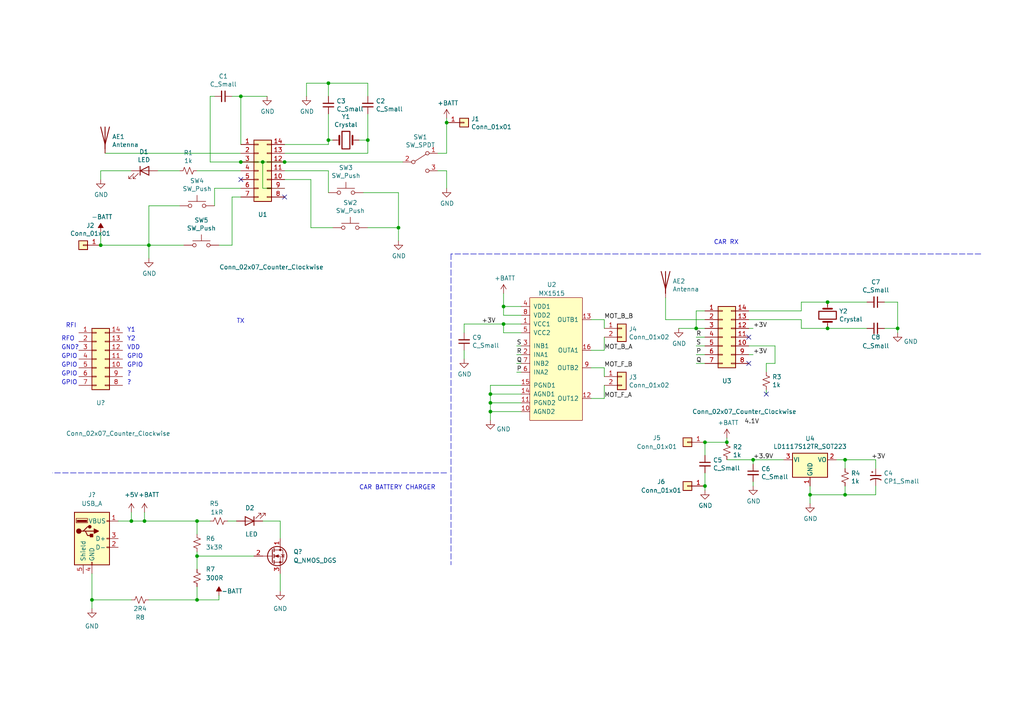
<source format=kicad_sch>
(kicad_sch (version 20211123) (generator eeschema)
  (paper "A4")
  (lib_symbols
    (symbol "Connector:USB_A" (pin_names (offset 1.016))
      (property "Reference" "J" (at -5.08 11.43 0))
      (property "Value" "USB_A" (at -5.08 8.89 0))
      (symbol "USB_A_0_1"
        (rectangle (start -5.08 -7.62) (end 5.08 7.62) (stroke (width 0.254)) (fill (type background)))
        (circle (center -3.81 2.159) (radius 0.635) (stroke (width 0.254)) (fill (type outline)))
        (rectangle (start -1.524 4.826) (end -4.318 5.334) (fill (type outline)))
        (rectangle (start -1.27 4.572) (end -4.572 5.842))
        (circle (center -0.635 3.429) (radius 0.381) (stroke (width 0.254)) (fill (type outline)))
        (rectangle (start -0.127 -7.62) (end 0.127 -6.858))
        (polyline (pts (xy -3.175 2.159) (xy -2.54 2.159) (xy -1.27 3.429) (xy -0.635 3.429)) (stroke (width 0.254)))
        (polyline (pts (xy -2.54 2.159) (xy -1.905 2.159) (xy -1.27 0.889) (xy 0 0.889)) (stroke (width 0.254)))
        (polyline (pts (xy 0.635 2.794) (xy 0.635 1.524) (xy 1.905 2.159) (xy 0.635 2.794)) (stroke (width 0.254)) (fill (type outline)))
        (rectangle (start 0.254 1.27) (end -0.508 0.508) (stroke (width 0.254)) (fill (type outline)))
        (rectangle (start 5.08 -2.667) (end 4.318 -2.413))
        (rectangle (start 5.08 -0.127) (end 4.318 0.127))
        (rectangle (start 5.08 4.953) (end 4.318 5.207))
      )
      (symbol "USB_A_1_1"
        (polyline (pts (xy -1.905 2.159) (xy 0.635 2.159)) (stroke (width 0.254)))
        (pin power_in line (at 7.62 5.08 180) (length 2.54) (name "VBUS") (number "1"))
        (pin bidirectional line (at 7.62 -2.54 180) (length 2.54) (name "D-") (number "2"))
        (pin bidirectional line (at 7.62 0 180) (length 2.54) (name "D+") (number "3"))
        (pin power_in line (at 0 -10.16 90) (length 2.54) (name "GND") (number "4"))
        (pin passive line (at -2.54 -10.16 90) (length 2.54) (name "Shield") (number "5"))
      )
    )
    (symbol "Connector_Generic:Conn_01x01" (pin_names (offset 1.016) hide)
      (property "Reference" "J" (at 0 2.54 0))
      (property "Value" "Conn_01x01" (at 0 -2.54 0))
      (symbol "Conn_01x01_1_1"
        (rectangle (start -1.27 0.127) (end 0 -0.127) (stroke (width 0.1524)))
        (rectangle (start -1.27 1.27) (end 1.27 -1.27) (stroke (width 0.254)) (fill (type background)))
        (pin passive line (at -5.08 0 0) (length 3.81) (name "Pin_1") (number "1"))
      )
    )
    (symbol "Connector_Generic:Conn_01x02" (pin_names (offset 1.016) hide)
      (property "Reference" "J" (at 0 2.54 0))
      (property "Value" "Conn_01x02" (at 0 -5.08 0))
      (symbol "Conn_01x02_1_1"
        (rectangle (start -1.27 -2.413) (end 0 -2.667) (stroke (width 0.1524)))
        (rectangle (start -1.27 0.127) (end 0 -0.127) (stroke (width 0.1524)))
        (rectangle (start -1.27 1.27) (end 1.27 -3.81) (stroke (width 0.254)) (fill (type background)))
        (pin passive line (at -5.08 0 0) (length 3.81) (name "Pin_1") (number "1"))
        (pin passive line (at -5.08 -2.54 0) (length 3.81) (name "Pin_2") (number "2"))
      )
    )
    (symbol "Connector_Generic:Conn_02x07_Counter_Clockwise" (pin_names (offset 1.016) hide)
      (property "Reference" "J" (at 1.27 10.16 0))
      (property "Value" "Conn_02x07_Counter_Clockwise" (at 1.27 -10.16 0))
      (symbol "Conn_02x07_Counter_Clockwise_1_1"
        (rectangle (start -1.27 -7.493) (end 0 -7.747) (stroke (width 0.1524)))
        (rectangle (start -1.27 -4.953) (end 0 -5.207) (stroke (width 0.1524)))
        (rectangle (start -1.27 -2.413) (end 0 -2.667) (stroke (width 0.1524)))
        (rectangle (start -1.27 0.127) (end 0 -0.127) (stroke (width 0.1524)))
        (rectangle (start -1.27 2.667) (end 0 2.413) (stroke (width 0.1524)))
        (rectangle (start -1.27 5.207) (end 0 4.953) (stroke (width 0.1524)))
        (rectangle (start -1.27 7.747) (end 0 7.493) (stroke (width 0.1524)))
        (rectangle (start -1.27 8.89) (end 3.81 -8.89) (stroke (width 0.254)) (fill (type background)))
        (rectangle (start 3.81 -7.493) (end 2.54 -7.747) (stroke (width 0.1524)))
        (rectangle (start 3.81 -4.953) (end 2.54 -5.207) (stroke (width 0.1524)))
        (rectangle (start 3.81 -2.413) (end 2.54 -2.667) (stroke (width 0.1524)))
        (rectangle (start 3.81 0.127) (end 2.54 -0.127) (stroke (width 0.1524)))
        (rectangle (start 3.81 2.667) (end 2.54 2.413) (stroke (width 0.1524)))
        (rectangle (start 3.81 5.207) (end 2.54 4.953) (stroke (width 0.1524)))
        (rectangle (start 3.81 7.747) (end 2.54 7.493) (stroke (width 0.1524)))
        (pin passive line (at -5.08 7.62 0) (length 3.81) (name "Pin_1") (number "1"))
        (pin passive line (at 7.62 -2.54 180) (length 3.81) (name "Pin_10") (number "10"))
        (pin passive line (at 7.62 0 180) (length 3.81) (name "Pin_11") (number "11"))
        (pin passive line (at 7.62 2.54 180) (length 3.81) (name "Pin_12") (number "12"))
        (pin passive line (at 7.62 5.08 180) (length 3.81) (name "Pin_13") (number "13"))
        (pin passive line (at 7.62 7.62 180) (length 3.81) (name "Pin_14") (number "14"))
        (pin passive line (at -5.08 5.08 0) (length 3.81) (name "Pin_2") (number "2"))
        (pin passive line (at -5.08 2.54 0) (length 3.81) (name "Pin_3") (number "3"))
        (pin passive line (at -5.08 0 0) (length 3.81) (name "Pin_4") (number "4"))
        (pin passive line (at -5.08 -2.54 0) (length 3.81) (name "Pin_5") (number "5"))
        (pin passive line (at -5.08 -5.08 0) (length 3.81) (name "Pin_6") (number "6"))
        (pin passive line (at -5.08 -7.62 0) (length 3.81) (name "Pin_7") (number "7"))
        (pin passive line (at 7.62 -7.62 180) (length 3.81) (name "Pin_8") (number "8"))
        (pin passive line (at 7.62 -5.08 180) (length 3.81) (name "Pin_9") (number "9"))
      )
    )
    (symbol "Device:Antenna" (pin_numbers hide) (pin_names (offset 1.016) hide)
      (property "Reference" "AE" (at -1.905 1.905 0))
      (property "Value" "Antenna" (at -1.905 0 0))
      (symbol "Antenna_0_1"
        (polyline (pts (xy 0 2.54) (xy 0 -3.81)) (stroke (width 0.254)))
        (polyline (pts (xy 1.27 2.54) (xy 0 -2.54) (xy -1.27 2.54)) (stroke (width 0.254)))
      )
      (symbol "Antenna_1_1"
        (pin input line (at 0 -5.08 90) (length 2.54) (name "A") (number "1"))
      )
    )
    (symbol "Device:CP1_Small" (pin_numbers hide) (pin_names (offset 0.254) hide)
      (property "Reference" "C" (at 0.254 1.778 0))
      (property "Value" "Device_CP1_Small" (at 0.254 -2.032 0))
      (symbol "CP1_Small_0_1"
        (polyline (pts (xy -1.524 0.508) (xy 1.524 0.508)) (stroke (width 0.3048)))
        (polyline (pts (xy -1.27 1.524) (xy -0.762 1.524)))
        (polyline (pts (xy -1.016 1.27) (xy -1.016 1.778)))
        (arc (start 1.524 -0.762) (mid 0 -0.3734) (end -1.524 -0.762) (stroke (width 0.3048)))
      )
      (symbol "CP1_Small_1_1"
        (pin passive line (at 0 2.54 270) (length 2.032) (name "~") (number "1"))
        (pin passive line (at 0 -2.54 90) (length 2.032) (name "~") (number "2"))
      )
    )
    (symbol "Device:C_Small" (pin_numbers hide) (pin_names (offset 0.254) hide)
      (property "Reference" "C" (at 0.254 1.778 0))
      (property "Value" "C_Small" (at 0.254 -2.032 0))
      (symbol "C_Small_0_1"
        (polyline (pts (xy -1.524 -0.508) (xy 1.524 -0.508)) (stroke (width 0.3302)))
        (polyline (pts (xy -1.524 0.508) (xy 1.524 0.508)) (stroke (width 0.3048)))
      )
      (symbol "C_Small_1_1"
        (pin passive line (at 0 2.54 270) (length 2.032) (name "~") (number "1"))
        (pin passive line (at 0 -2.54 90) (length 2.032) (name "~") (number "2"))
      )
    )
    (symbol "Device:Crystal" (pin_numbers hide) (pin_names (offset 1.016) hide)
      (property "Reference" "Y" (at 0 3.81 0))
      (property "Value" "Crystal" (at 0 -3.81 0))
      (symbol "Crystal_0_1"
        (rectangle (start -1.143 2.54) (end 1.143 -2.54) (stroke (width 0.3048)))
        (polyline (pts (xy -2.54 0) (xy -1.905 0)))
        (polyline (pts (xy -1.905 -1.27) (xy -1.905 1.27)) (stroke (width 0.508)))
        (polyline (pts (xy 1.905 -1.27) (xy 1.905 1.27)) (stroke (width 0.508)))
        (polyline (pts (xy 2.54 0) (xy 1.905 0)))
      )
      (symbol "Crystal_1_1"
        (pin passive line (at -3.81 0 0) (length 1.27) (name "1") (number "1"))
        (pin passive line (at 3.81 0 180) (length 1.27) (name "2") (number "2"))
      )
    )
    (symbol "Device:LED" (pin_numbers hide) (pin_names (offset 1.016) hide)
      (property "Reference" "D" (at 0 2.54 0))
      (property "Value" "LED" (at 0 -2.54 0))
      (symbol "LED_0_1"
        (polyline (pts (xy -1.27 -1.27) (xy -1.27 1.27)) (stroke (width 0.254)))
        (polyline (pts (xy -1.27 0) (xy 1.27 0)))
        (polyline (pts (xy 1.27 -1.27) (xy 1.27 1.27) (xy -1.27 0) (xy 1.27 -1.27)) (stroke (width 0.254)))
        (polyline (pts (xy -3.048 -0.762) (xy -4.572 -2.286) (xy -3.81 -2.286) (xy -4.572 -2.286) (xy -4.572 -1.524)))
        (polyline (pts (xy -1.778 -0.762) (xy -3.302 -2.286) (xy -2.54 -2.286) (xy -3.302 -2.286) (xy -3.302 -1.524)))
      )
      (symbol "LED_1_1"
        (pin passive line (at -3.81 0 0) (length 2.54) (name "K") (number "1"))
        (pin passive line (at 3.81 0 180) (length 2.54) (name "A") (number "2"))
      )
    )
    (symbol "Device:Q_NMOS_DGS" (pin_names (offset 0) hide)
      (property "Reference" "Q" (at 5.08 1.27 0))
      (property "Value" "Q_NMOS_DGS" (at 5.08 -1.27 0))
      (symbol "Q_NMOS_DGS_0_1"
        (polyline (pts (xy 0.254 0) (xy -2.54 0)))
        (polyline (pts (xy 0.254 1.905) (xy 0.254 -1.905)) (stroke (width 0.254)))
        (polyline (pts (xy 0.762 -1.27) (xy 0.762 -2.286)) (stroke (width 0.254)))
        (polyline (pts (xy 0.762 0.508) (xy 0.762 -0.508)) (stroke (width 0.254)))
        (polyline (pts (xy 0.762 2.286) (xy 0.762 1.27)) (stroke (width 0.254)))
        (polyline (pts (xy 2.54 2.54) (xy 2.54 1.778)))
        (polyline (pts (xy 2.54 -2.54) (xy 2.54 0) (xy 0.762 0)))
        (polyline (pts (xy 0.762 -1.778) (xy 3.302 -1.778) (xy 3.302 1.778) (xy 0.762 1.778)))
        (polyline (pts (xy 1.016 0) (xy 2.032 0.381) (xy 2.032 -0.381) (xy 1.016 0)) (fill (type outline)))
        (polyline (pts (xy 2.794 0.508) (xy 2.921 0.381) (xy 3.683 0.381) (xy 3.81 0.254)))
        (polyline (pts (xy 3.302 0.381) (xy 2.921 -0.254) (xy 3.683 -0.254) (xy 3.302 0.381)))
        (circle (center 1.651 0) (radius 2.794) (stroke (width 0.254)))
        (circle (center 2.54 -1.778) (radius 0.254) (fill (type outline)))
        (circle (center 2.54 1.778) (radius 0.254) (fill (type outline)))
      )
      (symbol "Q_NMOS_DGS_1_1"
        (pin passive line (at 2.54 5.08 270) (length 2.54) (name "D") (number "1"))
        (pin input line (at -5.08 0 0) (length 2.54) (name "G") (number "2"))
        (pin passive line (at 2.54 -5.08 90) (length 2.54) (name "S") (number "3"))
      )
    )
    (symbol "Device:R_Small_US" (pin_numbers hide) (pin_names (offset 0.254) hide)
      (property "Reference" "R" (at 0.762 0.508 0))
      (property "Value" "R_Small_US" (at 0.762 -1.016 0))
      (symbol "R_Small_US_1_1"
        (polyline (pts (xy 0 0) (xy 1.016 -0.381) (xy 0 -0.762) (xy -1.016 -1.143) (xy 0 -1.524)))
        (polyline (pts (xy 0 1.524) (xy 1.016 1.143) (xy 0 0.762) (xy -1.016 0.381) (xy 0 0)))
        (pin passive line (at 0 2.54 270) (length 1.016) (name "~") (number "1"))
        (pin passive line (at 0 -2.54 90) (length 1.016) (name "~") (number "2"))
      )
    )
    (symbol "Motor:MX1515" (pin_names (offset 1.016))
      (property "Reference" "U" (at 0 16.51 0))
      (property "Value" "Motor_MX1515" (at 0 19.05 0))
      (symbol "MX1515_0_1"
        (rectangle (start -7.62 17.78) (end 7.62 -17.78) (fill (type background)))
      )
      (symbol "MX1515_1_1"
        (pin power_in line (at -10.16 10.16 0) (length 2.54) (name "VCC1") (number "1"))
        (pin output line (at -10.16 -15.24 0) (length 2.54) (name "AGND2") (number "10"))
        (pin output line (at -10.16 -12.7 0) (length 2.54) (name "PGND2") (number "11"))
        (pin bidirectional line (at 10.16 -11.43 180) (length 2.54) (name "OUT12") (number "12"))
        (pin power_out line (at 10.16 11.43 180) (length 2.54) (name "OUTB1") (number "13"))
        (pin output line (at -10.16 -10.16 0) (length 2.54) (name "AGND1") (number "14"))
        (pin output line (at -10.16 -7.62 0) (length 2.54) (name "PGND1") (number "15"))
        (pin bidirectional line (at 10.16 2.54 180) (length 2.54) (name "OUTA1") (number "16"))
        (pin input line (at -10.16 1.27 0) (length 2.54) (name "INA1") (number "2"))
        (pin input line (at -10.16 3.81 0) (length 2.54) (name "INB1") (number "3"))
        (pin power_in line (at -10.16 15.24 0) (length 2.54) (name "VDD1") (number "4"))
        (pin power_in line (at -10.16 7.62 0) (length 2.54) (name "VCC2") (number "5"))
        (pin input line (at -10.16 -3.81 0) (length 2.54) (name "INA2") (number "6"))
        (pin input line (at -10.16 -1.27 0) (length 2.54) (name "INB2") (number "7"))
        (pin power_in line (at -10.16 12.7 0) (length 2.54) (name "VDD2") (number "8"))
        (pin bidirectional line (at 10.16 -2.54 180) (length 2.54) (name "OUTB2") (number "9"))
      )
    )
    (symbol "Regulator_Linear:LD1117S12TR_SOT223" (pin_names (offset 0.254))
      (property "Reference" "U" (at -3.81 3.175 0))
      (property "Value" "LD1117S12TR_SOT223" (at 0 3.175 0))
      (symbol "LD1117S12TR_SOT223_0_1"
        (rectangle (start -5.08 -5.08) (end 5.08 1.905) (stroke (width 0.254)) (fill (type background)))
      )
      (symbol "LD1117S12TR_SOT223_1_1"
        (pin power_in line (at 0 -7.62 90) (length 2.54) (name "GND") (number "1"))
        (pin power_out line (at 7.62 0 180) (length 2.54) (name "VO") (number "2"))
        (pin power_in line (at -7.62 0 0) (length 2.54) (name "VI") (number "3"))
      )
    )
    (symbol "Switch:SW_Push" (pin_numbers hide) (pin_names (offset 1.016) hide)
      (property "Reference" "SW" (at 1.27 2.54 0))
      (property "Value" "SW_Push" (at 0 -1.524 0))
      (symbol "SW_Push_0_1"
        (circle (center -2.032 0) (radius 0.508))
        (polyline (pts (xy 0 1.27) (xy 0 3.048)))
        (polyline (pts (xy 2.54 1.27) (xy -2.54 1.27)))
        (circle (center 2.032 0) (radius 0.508))
        (pin passive line (at -5.08 0 0) (length 2.54) (name "1") (number "1"))
        (pin passive line (at 5.08 0 180) (length 2.54) (name "2") (number "2"))
      )
    )
    (symbol "Switch:SW_SPDT" (pin_names (offset 0) hide)
      (property "Reference" "SW" (at 0 4.318 0))
      (property "Value" "SW_SPDT" (at 0 -5.08 0))
      (symbol "SW_SPDT_0_0"
        (circle (center -2.032 0) (radius 0.508))
        (circle (center 2.032 -2.54) (radius 0.508))
      )
      (symbol "SW_SPDT_0_1"
        (polyline (pts (xy -1.524 0.254) (xy 1.651 2.286)))
        (circle (center 2.032 2.54) (radius 0.508))
      )
      (symbol "SW_SPDT_1_1"
        (pin passive line (at 5.08 2.54 180) (length 2.54) (name "A") (number "1"))
        (pin passive line (at -5.08 0 0) (length 2.54) (name "B") (number "2"))
        (pin passive line (at 5.08 -2.54 180) (length 2.54) (name "C") (number "3"))
      )
    )
    (symbol "power:+5V" (power) (pin_names (offset 0))
      (property "Value" "+5V" (at 0 3.556 0))
      (symbol "+5V_0_1"
        (polyline (pts (xy -0.762 1.27) (xy 0 2.54)))
        (polyline (pts (xy 0 0) (xy 0 2.54)))
        (polyline (pts (xy 0 2.54) (xy 0.762 1.27)))
      )
      (symbol "+5V_1_1"
        (pin power_in line (at 0 0 90) (length 0) hide (name "+5V") (number "1"))
      )
    )
    (symbol "power:+BATT" (power) (pin_names (offset 0))
      (property "Value" "+BATT" (at 0 3.556 0))
      (symbol "+BATT_0_1"
        (polyline (pts (xy -0.762 1.27) (xy 0 2.54)))
        (polyline (pts (xy 0 0) (xy 0 2.54)))
        (polyline (pts (xy 0 2.54) (xy 0.762 1.27)))
      )
      (symbol "+BATT_1_1"
        (pin power_in line (at 0 0 90) (length 0) hide (name "+BATT") (number "1"))
      )
    )
    (symbol "power:-BATT" (power) (pin_names (offset 0))
      (property "Value" "-BATT" (at 0 3.556 0))
      (symbol "-BATT_0_1"
        (polyline (pts (xy 0 0) (xy 0 2.54)))
        (polyline (pts (xy 0.762 1.27) (xy -0.762 1.27) (xy 0 2.54) (xy 0.762 1.27)) (fill (type outline)))
      )
      (symbol "-BATT_1_1"
        (pin power_in line (at 0 0 90) (length 0) hide (name "-BATT") (number "1"))
      )
    )
    (symbol "power:GND" (power) (pin_names (offset 0))
      (property "Value" "GND" (at 0 -3.81 0))
      (symbol "GND_0_1"
        (polyline (pts (xy 0 0) (xy 0 -1.27) (xy 1.27 -1.27) (xy 0 -2.54) (xy -1.27 -1.27) (xy 0 -1.27)))
      )
      (symbol "GND_1_1"
        (pin power_in line (at 0 0 270) (length 0) hide (name "GND") (number "1"))
      )
    )
  )
  (junction (at 240.03 87.63))
  (junction (at 245.11 143.51))
  (junction (at 210.82 128.27))
  (junction (at 82.55 46.99))
  (junction (at 146.05 88.9))
  (junction (at 142.24 116.84))
  (junction (at 240.03 95.25))
  (junction (at 204.47 128.27))
  (junction (at 106.68 40.64))
  (junction (at 57.15 161.29))
  (junction (at 204.47 140.97))
  (junction (at 69.85 27.94))
  (junction (at 29.21 71.12))
  (junction (at 115.57 66.04))
  (junction (at 129.54 35.56))
  (junction (at 260.35 95.25))
  (junction (at 38.1 151.13))
  (junction (at 26.67 173.99))
  (junction (at 95.25 40.64))
  (junction (at 69.85 46.99))
  (junction (at 43.18 71.12))
  (junction (at 41.91 151.13))
  (junction (at 142.24 119.38))
  (junction (at 57.15 173.99))
  (junction (at 245.11 133.35))
  (junction (at 234.95 143.51))
  (junction (at 142.24 114.3))
  (junction (at 95.25 24.13))
  (junction (at 201.93 95.25))
  (junction (at 76.2 46.99))
  (junction (at 146.05 93.98))
  (junction (at 57.15 151.13))
  (junction (at 218.44 133.35))
  (no_connect (at 82.55 57.15))
  (no_connect (at 217.17 97.79))
  (no_connect (at 69.85 52.07))
  (no_connect (at 222.25 114.3))
  (no_connect (at 217.17 105.41))
  (wire (pts (xy 204.47 128.27) (xy 204.47 132.08)))
  (wire (pts (xy 222.25 114.3) (xy 222.25 113.03)))
  (wire (pts (xy 210.82 128.27) (xy 204.47 128.27)))
  (wire (pts (xy 204.47 92.71) (xy 193.04 92.71)))
  (wire (pts (xy 41.91 151.13) (xy 57.15 151.13)))
  (wire (pts (xy 95.25 40.64) (xy 95.25 41.91)))
  (wire (pts (xy 34.29 151.13) (xy 38.1 151.13)))
  (wire (pts (xy 106.68 40.64) (xy 104.14 40.64)))
  (wire (pts (xy 57.15 170.18) (xy 57.15 173.99)))
  (wire (pts (xy 142.24 116.84) (xy 142.24 119.38)))
  (wire (pts (xy 82.55 52.07) (xy 90.17 52.07)))
  (wire (pts (xy 52.07 59.69) (xy 43.18 59.69)))
  (wire (pts (xy 256.54 87.63) (xy 260.35 87.63)))
  (wire (pts (xy 218.44 139.7) (xy 218.44 140.97)))
  (wire (pts (xy 69.85 57.15) (xy 67.31 57.15)))
  (wire (pts (xy 26.67 173.99) (xy 38.1 173.99)))
  (wire (pts (xy 115.57 55.88) (xy 115.57 66.04)))
  (wire (pts (xy 57.15 151.13) (xy 60.96 151.13)))
  (wire (pts (xy 38.1 151.13) (xy 41.91 151.13)))
  (wire (pts (xy 129.54 44.45) (xy 127 44.45)))
  (wire (pts (xy 151.13 100.33) (xy 149.86 100.33)))
  (wire (pts (xy 69.85 27.94) (xy 69.85 41.91)))
  (wire (pts (xy 95.25 41.91) (xy 82.55 41.91)))
  (wire (pts (xy 106.68 27.94) (xy 106.68 24.13)))
  (wire (pts (xy 245.11 140.97) (xy 245.11 143.51)))
  (wire (pts (xy 38.1 49.53) (xy 29.21 49.53)))
  (wire (pts (xy 218.44 134.62) (xy 218.44 133.35)))
  (wire (pts (xy 142.24 114.3) (xy 142.24 116.84)))
  (wire (pts (xy 82.55 49.53) (xy 95.25 49.53)))
  (wire (pts (xy 67.31 71.12) (xy 63.5 71.12)))
  (wire (pts (xy 67.31 27.94) (xy 69.85 27.94)))
  (wire (pts (xy 76.2 46.99) (xy 82.55 46.99)))
  (wire (pts (xy 62.23 54.61) (xy 62.23 59.69)))
  (wire (pts (xy 175.26 111.76) (xy 175.26 115.57)))
  (wire (pts (xy 217.17 92.71) (xy 232.41 92.71)))
  (wire (pts (xy 224.79 105.41) (xy 222.25 105.41)))
  (wire (pts (xy 90.17 66.04) (xy 96.52 66.04)))
  (wire (pts (xy 218.44 102.87) (xy 217.17 102.87)))
  (wire (pts (xy 127 49.53) (xy 129.54 49.53)))
  (wire (pts (xy 146.05 91.44) (xy 146.05 88.9)))
  (wire (pts (xy 43.18 173.99) (xy 57.15 173.99)))
  (wire (pts (xy 175.26 97.79) (xy 175.26 101.6)))
  (wire (pts (xy 95.25 49.53) (xy 95.25 55.88)))
  (wire (pts (xy 60.96 46.99) (xy 69.85 46.99)))
  (wire (pts (xy 106.68 66.04) (xy 115.57 66.04)))
  (wire (pts (xy 171.45 92.71) (xy 175.26 92.71)))
  (wire (pts (xy 142.24 111.76) (xy 142.24 114.3)))
  (wire (pts (xy 204.47 105.41) (xy 201.93 105.41)))
  (wire (pts (xy 63.5 173.99) (xy 63.5 172.72)))
  (wire (pts (xy 76.2 54.61) (xy 82.55 54.61)))
  (wire (pts (xy 254 143.51) (xy 245.11 143.51)))
  (wire (pts (xy 142.24 119.38) (xy 142.24 121.92)))
  (wire (pts (xy 201.93 95.25) (xy 204.47 95.25)))
  (wire (pts (xy 171.45 106.68) (xy 175.26 106.68)))
  (wire (pts (xy 151.13 102.87) (xy 149.86 102.87)))
  (wire (pts (xy 115.57 66.04) (xy 115.57 69.85)))
  (wire (pts (xy 95.25 27.94) (xy 95.25 24.13)))
  (wire (pts (xy 53.34 71.12) (xy 43.18 71.12)))
  (wire (pts (xy 82.55 46.99) (xy 116.84 46.99)))
  (wire (pts (xy 129.54 35.56) (xy 129.54 44.45)))
  (wire (pts (xy 60.96 46.99) (xy 60.96 27.94)))
  (wire (pts (xy 201.93 97.79) (xy 204.47 97.79)))
  (wire (pts (xy 234.95 143.51) (xy 234.95 146.05)))
  (wire (pts (xy 57.15 49.53) (xy 69.85 49.53)))
  (wire (pts (xy 151.13 111.76) (xy 142.24 111.76)))
  (wire (pts (xy 217.17 90.17) (xy 232.41 90.17)))
  (wire (pts (xy 218.44 133.35) (xy 227.33 133.35)))
  (wire (pts (xy 88.9 24.13) (xy 88.9 27.94)))
  (wire (pts (xy 196.85 95.25) (xy 201.93 95.25)))
  (wire (pts (xy 151.13 114.3) (xy 142.24 114.3)))
  (wire (pts (xy 66.04 151.13) (xy 68.58 151.13)))
  (wire (pts (xy 260.35 95.25) (xy 260.35 96.52)))
  (wire (pts (xy 201.93 90.17) (xy 201.93 95.25)))
  (wire (pts (xy 106.68 33.02) (xy 106.68 40.64)))
  (wire (pts (xy 193.04 86.36) (xy 193.04 92.71)))
  (wire (pts (xy 76.2 54.61) (xy 76.2 46.99)))
  (wire (pts (xy 69.85 46.99) (xy 76.2 46.99)))
  (wire (pts (xy 95.25 24.13) (xy 88.9 24.13)))
  (wire (pts (xy 134.62 93.98) (xy 134.62 96.52)))
  (wire (pts (xy 95.25 33.02) (xy 95.25 40.64)))
  (wire (pts (xy 29.21 49.53) (xy 29.21 52.07)))
  (wire (pts (xy 76.2 151.13) (xy 81.28 151.13)))
  (wire (pts (xy 254 140.97) (xy 254 143.51)))
  (wire (pts (xy 245.11 133.35) (xy 254 133.35)))
  (wire (pts (xy 95.25 40.64) (xy 96.52 40.64)))
  (wire (pts (xy 171.45 101.6) (xy 175.26 101.6)))
  (polyline (pts (xy 284.48 73.66) (xy 130.81 73.66)))
  (wire (pts (xy 240.03 87.63) (xy 232.41 87.63)))
  (wire (pts (xy 245.11 143.51) (xy 234.95 143.51)))
  (wire (pts (xy 151.13 105.41) (xy 149.86 105.41)))
  (wire (pts (xy 129.54 54.61) (xy 129.54 49.53)))
  (wire (pts (xy 210.82 133.35) (xy 218.44 133.35)))
  (wire (pts (xy 26.67 166.37) (xy 26.67 173.99)))
  (wire (pts (xy 232.41 87.63) (xy 232.41 90.17)))
  (wire (pts (xy 77.47 27.94) (xy 69.85 27.94)))
  (wire (pts (xy 217.17 100.33) (xy 224.79 100.33)))
  (wire (pts (xy 52.07 49.53) (xy 45.72 49.53)))
  (wire (pts (xy 82.55 44.45) (xy 106.68 44.45)))
  (wire (pts (xy 245.11 133.35) (xy 242.57 133.35)))
  (wire (pts (xy 134.62 104.14) (xy 134.62 101.6)))
  (wire (pts (xy 251.46 87.63) (xy 240.03 87.63)))
  (wire (pts (xy 204.47 142.24) (xy 204.47 140.97)))
  (wire (pts (xy 222.25 107.95) (xy 222.25 105.41)))
  (wire (pts (xy 210.82 128.27) (xy 210.82 127)))
  (wire (pts (xy 43.18 59.69) (xy 43.18 71.12)))
  (wire (pts (xy 67.31 57.15) (xy 67.31 71.12)))
  (wire (pts (xy 62.23 27.94) (xy 60.96 27.94)))
  (wire (pts (xy 106.68 24.13) (xy 95.25 24.13)))
  (wire (pts (xy 171.45 115.57) (xy 175.26 115.57)))
  (wire (pts (xy 245.11 133.35) (xy 245.11 135.89)))
  (wire (pts (xy 151.13 107.95) (xy 149.86 107.95)))
  (wire (pts (xy 26.67 176.53) (xy 26.67 173.99)))
  (wire (pts (xy 232.41 95.25) (xy 240.03 95.25)))
  (wire (pts (xy 43.18 71.12) (xy 43.18 74.93)))
  (wire (pts (xy 151.13 119.38) (xy 142.24 119.38)))
  (wire (pts (xy 29.21 71.12) (xy 29.21 67.31)))
  (wire (pts (xy 151.13 116.84) (xy 142.24 116.84)))
  (wire (pts (xy 151.13 96.52) (xy 146.05 96.52)))
  (polyline (pts (xy 130.81 73.66) (xy 130.81 163.83)))
  (wire (pts (xy 69.85 44.45) (xy 30.48 44.45)))
  (wire (pts (xy 57.15 161.29) (xy 73.66 161.29)))
  (wire (pts (xy 81.28 166.37) (xy 81.28 171.45)))
  (wire (pts (xy 201.93 100.33) (xy 204.47 100.33)))
  (wire (pts (xy 81.28 151.13) (xy 81.28 156.21)))
  (wire (pts (xy 146.05 88.9) (xy 146.05 85.09)))
  (wire (pts (xy 251.46 95.25) (xy 240.03 95.25)))
  (wire (pts (xy 146.05 96.52) (xy 146.05 93.98)))
  (wire (pts (xy 254 135.89) (xy 254 133.35)))
  (wire (pts (xy 256.54 95.25) (xy 260.35 95.25)))
  (wire (pts (xy 57.15 161.29) (xy 57.15 165.1)))
  (wire (pts (xy 234.95 140.97) (xy 234.95 143.51)))
  (wire (pts (xy 105.41 55.88) (xy 115.57 55.88)))
  (wire (pts (xy 260.35 95.25) (xy 260.35 87.63)))
  (wire (pts (xy 232.41 95.25) (xy 232.41 92.71)))
  (wire (pts (xy 175.26 109.22) (xy 175.26 106.68)))
  (wire (pts (xy 134.62 93.98) (xy 146.05 93.98)))
  (wire (pts (xy 57.15 160.02) (xy 57.15 161.29)))
  (wire (pts (xy 204.47 140.97) (xy 204.47 137.16)))
  (wire (pts (xy 57.15 173.99) (xy 63.5 173.99)))
  (wire (pts (xy 151.13 91.44) (xy 146.05 91.44)))
  (polyline (pts (xy 129.54 137.16) (xy 15.24 137.16)))
  (wire (pts (xy 38.1 151.13) (xy 38.1 148.59)))
  (wire (pts (xy 43.18 71.12) (xy 29.21 71.12)))
  (wire (pts (xy 129.54 34.29) (xy 129.54 35.56)))
  (wire (pts (xy 204.47 90.17) (xy 201.93 90.17)))
  (wire (pts (xy 106.68 44.45) (xy 106.68 40.64)))
  (wire (pts (xy 69.85 54.61) (xy 62.23 54.61)))
  (wire (pts (xy 57.15 151.13) (xy 57.15 154.94)))
  (wire (pts (xy 175.26 95.25) (xy 175.26 92.71)))
  (wire (pts (xy 151.13 88.9) (xy 146.05 88.9)))
  (wire (pts (xy 224.79 100.33) (xy 224.79 105.41)))
  (wire (pts (xy 151.13 93.98) (xy 146.05 93.98)))
  (wire (pts (xy 41.91 148.59) (xy 41.91 151.13)))
  (wire (pts (xy 204.47 102.87) (xy 201.93 102.87)))
  (wire (pts (xy 218.44 95.25) (xy 217.17 95.25)))
  (wire (pts (xy 90.17 52.07) (xy 90.17 66.04)))
  (text "CAR BATTERY CHARGER" (at 104.14 142.24 0) (effects (font (size 1.27 1.27)) (justify left bottom)))
  (text "GND?" (at 17.78 101.6 0) (effects (font (size 1.27 1.27)) (justify left bottom)))
  (text "GPIO" (at 17.78 104.14 0) (effects (font (size 1.27 1.27)) (justify left bottom)))
  (text "Y1" (at 36.83 96.52 0) (effects (font (size 1.27 1.27)) (justify left bottom)))
  (text "GPIO" (at 36.83 106.68 0) (effects (font (size 1.27 1.27)) (justify left bottom)))
  (text "GPIO" (at 17.78 106.68 0) (effects (font (size 1.27 1.27)) (justify left bottom)))
  (text "GPIO" (at 17.78 109.22 0) (effects (font (size 1.27 1.27)) (justify left bottom)))
  (text "VDD" (at 36.83 101.6 0) (effects (font (size 1.27 1.27)) (justify left bottom)))
  (text "GPIO" (at 17.78 111.76 0) (effects (font (size 1.27 1.27)) (justify left bottom)))
  (text "RFI" (at 19.05 95.25 0) (effects (font (size 1.27 1.27)) (justify left bottom)))
  (text "?" (at 36.83 109.22 0) (effects (font (size 1.27 1.27)) (justify left bottom)))
  (text "CAR RX" (at 207.01 71.12 0) (effects (font (size 1.27 1.27)) (justify left bottom)))
  (text "Y2" (at 36.83 99.06 0) (effects (font (size 1.27 1.27)) (justify left bottom)))
  (text "?" (at 36.83 111.76 0) (effects (font (size 1.27 1.27)) (justify left bottom)))
  (text "RFO" (at 17.78 99.06 0) (effects (font (size 1.27 1.27)) (justify left bottom)))
  (text "GPIO" (at 36.83 104.14 0) (effects (font (size 1.27 1.27)) (justify left bottom)))
  (text "TX" (at 68.58 93.98 0) (effects (font (size 1.27 1.27)) (justify left bottom)))
  (label "4.1V" (at 215.9 123.19 0))
  (label "+3.9V" (at 218.44 133.35 0))
  (label "+3V" (at 218.44 95.25 0))
  (label "S" (at 149.86 100.33 0))
  (label "+3V" (at 252.73 133.35 0))
  (label "P" (at 201.93 102.87 0))
  (label "MOT_B_B" (at 175.26 92.71 0))
  (label "MOT_B_A" (at 175.26 101.6 0))
  (label "+3V" (at 218.44 102.87 0))
  (label "+3V" (at 139.7 93.98 0))
  (label "P" (at 149.86 107.95 0))
  (label "Q" (at 201.93 105.41 0))
  (label "MOT_F_B" (at 175.26 106.68 0))
  (label "Q" (at 149.86 105.41 0))
  (label "MOT_F_A" (at 175.26 115.57 0))
  (label "R" (at 201.93 97.79 0))
  (label "R" (at 149.86 102.87 0))
  (label "S" (at 201.93 100.33 0))
  (symbol (lib_id "Device:LED") (at 41.91 49.53 0) (unit 1)
    (property "Reference" "D1" (at 41.7322 44.0436 0))
    (property "Value" "LED" (at 41.7322 46.355 0))
  )
  (symbol (lib_id "Device:R_Small_US") (at 54.61 49.53 270) (unit 1)
    (property "Reference" "R1" (at 54.61 44.323 90))
    (property "Value" "1k" (at 54.61 46.6344 90))
  )
  (symbol (lib_id "Device:C_Small") (at 64.77 27.94 270) (unit 1)
    (property "Reference" "C1" (at 64.77 22.1234 90))
    (property "Value" "C_Small" (at 64.77 24.4348 90))
  )
  (symbol (lib_id "Device:C_Small") (at 95.25 30.48 180) (unit 1)
    (property "Reference" "C3" (at 97.5868 29.3116 0) (effects (justify right)))
    (property "Value" "C_Small" (at 97.5868 31.623 0) (effects (justify right)))
  )
  (symbol (lib_id "Device:C_Small") (at 106.68 30.48 180) (unit 1)
    (property "Reference" "C2" (at 109.0168 29.3116 0) (effects (justify right)))
    (property "Value" "C_Small" (at 109.0168 31.623 0) (effects (justify right)))
  )
  (symbol (lib_id "Device:Antenna") (at 30.48 39.37 0) (unit 1)
    (property "Reference" "AE1" (at 32.512 39.6494 0) (effects (justify left)))
    (property "Value" "Antenna" (at 32.512 41.9608 0) (effects (justify left)))
  )
  (symbol (lib_id "Switch:SW_SPDT") (at 121.92 46.99 0) (unit 1)
    (property "Reference" "SW1" (at 121.92 39.751 0))
    (property "Value" "SW_SPDT" (at 121.92 42.0624 0))
  )
  (symbol (lib_id "Switch:SW_Push") (at 100.33 55.88 0) (unit 1)
    (property "Reference" "SW3" (at 100.33 48.641 0))
    (property "Value" "SW_Push" (at 100.33 50.9524 0))
  )
  (symbol (lib_id "Switch:SW_Push") (at 57.15 59.69 0) (unit 1)
    (property "Reference" "SW4" (at 57.15 52.451 0))
    (property "Value" "SW_Push" (at 57.15 54.7624 0))
  )
  (symbol (lib_id "Switch:SW_Push") (at 58.42 71.12 0) (unit 1)
    (property "Reference" "SW5" (at 58.42 63.881 0))
    (property "Value" "SW_Push" (at 58.42 66.1924 0))
  )
  (symbol (lib_id "Switch:SW_Push") (at 101.6 66.04 0) (unit 1)
    (property "Reference" "SW2" (at 101.6 58.801 0))
    (property "Value" "SW_Push" (at 101.6 61.1124 0))
  )
  (symbol (lib_id "Device:Crystal") (at 100.33 40.64 0) (mirror y) (unit 1)
    (property "Reference" "Y1" (at 100.33 33.8328 0))
    (property "Value" "Crystal" (at 100.33 36.1442 0))
  )
  (symbol (lib_id "Connector_Generic:Conn_01x01") (at 134.62 35.56 0) (unit 1)
    (property "Reference" "J1" (at 136.652 34.4932 0) (effects (justify left)))
    (property "Value" "Conn_01x01" (at 136.652 36.8046 0) (effects (justify left)))
  )
  (symbol (lib_id "Connector_Generic:Conn_01x01") (at 24.13 71.12 180) (unit 1)
    (property "Reference" "J2" (at 26.2128 65.405 0))
    (property "Value" "Conn_01x01" (at 26.2128 67.7164 0))
  )
  (symbol (lib_id "Connector_Generic:Conn_02x07_Counter_Clockwise") (at 74.93 49.53 0) (unit 1)
    (property "Reference" "U1" (at 76.2 62.23 0))
    (property "Value" "Conn_02x07_Counter_Clockwise" (at 78.74 77.47 0))
  )
  (symbol (lib_id "power:GND") (at 88.9 27.94 0) (unit 1)
    (property "Reference" "#PWR?" (effects hide))
    (property "Value" "GND" (at 89.027 32.3342 0))
  )
  (symbol (lib_id "power:-BATT") (at 29.21 67.31 0) (unit 1)
    (property "Reference" "#PWR?" (effects hide))
    (property "Value" "-BATT" (at 29.591 62.9158 0))
  )
  (symbol (lib_id "power:+BATT") (at 129.54 34.29 0) (unit 1)
    (property "Reference" "#PWR?" (effects hide))
    (property "Value" "+BATT" (at 129.921 29.8958 0))
  )
  (symbol (lib_id "power:GND") (at 129.54 54.61 0) (unit 1)
    (property "Reference" "#PWR?" (effects hide))
    (property "Value" "GND" (at 129.667 59.0042 0))
  )
  (symbol (lib_id "power:GND") (at 115.57 69.85 0) (unit 1)
    (property "Reference" "#PWR?" (effects hide))
    (property "Value" "GND" (at 115.697 74.2442 0))
  )
  (symbol (lib_id "power:GND") (at 29.21 52.07 0) (unit 1)
    (property "Reference" "#PWR?" (effects hide))
    (property "Value" "GND" (at 29.337 56.4642 0))
  )
  (symbol (lib_id "power:GND") (at 43.18 74.93 0) (unit 1)
    (property "Reference" "#PWR?" (effects hide))
    (property "Value" "GND" (at 43.307 79.3242 0))
  )
  (symbol (lib_id "power:GND") (at 77.47 27.94 0) (unit 1)
    (property "Reference" "#PWR?" (effects hide))
    (property "Value" "GND" (at 77.597 32.3342 0))
  )
  (symbol (lib_id "Device:C_Small") (at 204.47 134.62 0) (unit 1)
    (property "Reference" "C5" (at 206.8068 133.4516 0) (effects (justify left)))
    (property "Value" "C_Small" (at 206.8068 135.763 0) (effects (justify left)))
  )
  (symbol (lib_id "Device:C_Small") (at 218.44 137.16 0) (unit 1)
    (property "Reference" "C6" (at 220.7768 135.9916 0) (effects (justify left)))
    (property "Value" "C_Small" (at 220.7768 138.303 0) (effects (justify left)))
  )
  (symbol (lib_id "Device:C_Small") (at 254 87.63 270) (unit 1)
    (property "Reference" "C7" (at 254 81.8134 90))
    (property "Value" "C_Small" (at 254 84.1248 90))
  )
  (symbol (lib_id "Device:C_Small") (at 254 95.25 90) (unit 1)
    (property "Reference" "C8" (at 254 97.79 90))
    (property "Value" "C_Small" (at 254 100.33 90))
  )
  (symbol (lib_id "Connector_Generic:Conn_02x07_Counter_Clockwise") (at 209.55 97.79 0) (unit 1)
    (property "Reference" "U3" (at 210.82 110.49 0))
    (property "Value" "Conn_02x07_Counter_Clockwise" (at 215.9 119.38 0))
  )
  (symbol (lib_id "Device:Crystal") (at 240.03 91.44 270) (mirror x) (unit 1)
    (property "Reference" "Y2" (at 243.3574 90.2716 90) (effects (justify left)))
    (property "Value" "Crystal" (at 243.3574 92.583 90) (effects (justify left)))
  )
  (symbol (lib_id "Device:R_Small_US") (at 210.82 130.81 180) (unit 1)
    (property "Reference" "R2" (at 212.5472 129.6416 0) (effects (justify right)))
    (property "Value" "1k" (at 212.5472 131.953 0) (effects (justify right)))
  )
  (symbol (lib_id "Device:R_Small_US") (at 222.25 110.49 180) (unit 1)
    (property "Reference" "R3" (at 223.9772 109.3216 0) (effects (justify right)))
    (property "Value" "1k" (at 223.9772 111.633 0) (effects (justify right)))
  )
  (symbol (lib_id "Device:R_Small_US") (at 245.11 138.43 180) (unit 1)
    (property "Reference" "R4" (at 246.8372 137.2616 0) (effects (justify right)))
    (property "Value" "1k" (at 246.8372 139.573 0) (effects (justify right)))
  )
  (symbol (lib_id "Regulator_Linear:LD1117S12TR_SOT223") (at 234.95 133.35 0) (unit 1)
    (property "Reference" "U4" (at 234.95 127.2032 0))
    (property "Value" "LD1117S12TR_SOT223" (at 234.95 129.5146 0))
    (property "Footprint" "Package_TO_SOT_SMD:SOT-223-3_TabPin2" (effects hide))
    (property "Datasheet" "http://www.st.com/st-web-ui/static/active/en/resource/technical/document/datasheet/CD00000544.pdf" (effects hide))
  )
  (symbol (lib_id "Connector_Generic:Conn_01x01") (at 199.39 128.27 180) (unit 1)
    (property "Reference" "J5" (at 190.5 127 0))
    (property "Value" "Conn_01x01" (at 190.5 129.54 0))
  )
  (symbol (lib_id "Connector_Generic:Conn_01x01") (at 199.39 140.97 180) (unit 1)
    (property "Reference" "J6" (at 191.77 139.7 0))
    (property "Value" "Conn_01x01" (at 191.77 142.24 0))
  )
  (symbol (lib_id "Connector_Generic:Conn_01x02") (at 180.34 95.25 0) (unit 1)
    (property "Reference" "J4" (at 182.372 95.4532 0) (effects (justify left)))
    (property "Value" "Conn_01x02" (at 182.372 97.7646 0) (effects (justify left)))
  )
  (symbol (lib_id "Connector_Generic:Conn_01x02") (at 180.34 109.22 0) (unit 1)
    (property "Reference" "J3" (at 182.372 109.4232 0) (effects (justify left)))
    (property "Value" "Conn_01x02" (at 182.372 111.7346 0) (effects (justify left)))
  )
  (symbol (lib_id "Device:CP1_Small") (at 254 138.43 0) (unit 1)
    (property "Reference" "C4" (at 256.3114 137.2616 0) (effects (justify left)))
    (property "Value" "CP1_Small" (at 256.3114 139.573 0) (effects (justify left)))
  )
  (symbol (lib_id "power:GND") (at 142.24 121.92 0) (unit 1)
    (property "Reference" "#PWR?" (effects hide))
    (property "Value" "GND" (at 146.05 124.46 0))
  )
  (symbol (lib_id "power:GND") (at 218.44 140.97 0) (unit 1)
    (property "Reference" "#PWR?" (effects hide))
    (property "Value" "GND" (at 218.567 145.3642 0))
  )
  (symbol (lib_id "power:GND") (at 204.47 142.24 0) (unit 1)
    (property "Reference" "#PWR?" (effects hide))
    (property "Value" "GND" (at 204.597 146.6342 0))
  )
  (symbol (lib_id "power:GND") (at 134.62 104.14 0) (unit 1)
    (property "Reference" "#PWR?" (effects hide))
    (property "Value" "GND" (at 134.747 108.5342 0))
  )
  (symbol (lib_id "power:GND") (at 234.95 146.05 0) (unit 1)
    (property "Reference" "#PWR?" (effects hide))
    (property "Value" "GND" (at 235.077 150.4442 0))
  )
  (symbol (lib_id "power:GND") (at 196.85 95.25 0) (unit 1)
    (property "Reference" "#PWR?" (effects hide))
    (property "Value" "GND" (at 196.977 99.6442 0))
  )
  (symbol (lib_id "power:+BATT") (at 146.05 85.09 0) (unit 1)
    (property "Reference" "#PWR?" (effects hide))
    (property "Value" "+BATT" (at 146.431 80.6958 0))
  )
  (symbol (lib_id "power:+BATT") (at 210.82 127 0) (unit 1)
    (property "Reference" "#PWR?" (effects hide))
    (property "Value" "+BATT" (at 211.201 122.6058 0))
  )
  (symbol (lib_id "Motor:MX1515") (at 161.29 104.14 0) (unit 1)
    (property "Reference" "U2" (at 160.02 82.55 0))
    (property "Value" "MX1515" (at 160.02 85.09 0))
  )
  (symbol (lib_id "Device:C_Small") (at 134.62 99.06 180) (unit 1)
    (property "Reference" "C9" (at 136.9568 97.8916 0) (effects (justify right)))
    (property "Value" "C_Small" (at 136.9568 100.203 0) (effects (justify right)))
  )
  (symbol (lib_id "Device:Antenna") (at 193.04 81.28 0) (unit 1)
    (property "Reference" "AE2" (at 195.072 81.5594 0) (effects (justify left)))
    (property "Value" "Antenna" (at 195.072 83.8708 0) (effects (justify left)))
  )
  (symbol (lib_id "power:GND") (at 260.35 96.52 0) (unit 1)
    (property "Reference" "#PWR?" (effects hide))
    (property "Value" "GND" (at 264.16 99.06 0))
  )
  (symbol (lib_id "Connector_Generic:Conn_02x07_Counter_Clockwise") (at 27.94 104.14 0) (unit 1)
    (property "Reference" "U?" (at 29.21 116.84 0))
    (property "Value" "Conn_02x07_Counter_Clockwise" (at 34.29 125.73 0))
  )
  (symbol (lib_id "Device:LED") (at 72.39 151.13 180) (unit 1)
    (property "Reference" "D2" (at 71.12 147.32 0) (effects (justify right)))
    (property "Value" "LED" (at 71.12 154.94 0) (effects (justify right)))
  )
  (symbol (lib_id "power:GND") (at 81.28 171.45 0) (unit 1)
    (property "Reference" "#PWR?" (effects hide))
    (property "Value" "GND" (at 81.28 176.53 0))
  )
  (symbol (lib_id "Device:Q_NMOS_DGS") (at 78.74 161.29 0) (unit 1)
    (property "Reference" "Q?" (at 85.09 160.0199 0) (effects (justify left)))
    (property "Value" "Q_NMOS_DGS" (at 85.09 162.5599 0) (effects (justify left)))
  )
  (symbol (lib_id "Device:R_Small_US") (at 57.15 167.64 180) (unit 1)
    (property "Reference" "R7" (at 59.69 165.1 0) (effects (justify right)))
    (property "Value" "300R" (at 59.69 167.64 0) (effects (justify right)))
  )
  (symbol (lib_id "Device:R_Small_US") (at 57.15 157.48 180) (unit 1)
    (property "Reference" "R6" (at 59.69 156.2099 0) (effects (justify right)))
    (property "Value" "3k3R" (at 59.69 158.7499 0) (effects (justify right)))
  )
  (symbol (lib_id "power:-BATT") (at 63.5 172.72 0) (unit 1)
    (property "Reference" "#PWR?" (effects hide))
    (property "Value" "-BATT" (at 67.31 171.45 0))
  )
  (symbol (lib_id "power:+5V") (at 38.1 148.59 0) (unit 1)
    (property "Reference" "#PWR?" (effects hide))
    (property "Value" "+5V" (at 38.1 143.51 0))
  )
  (symbol (lib_id "Device:R_Small_US") (at 63.5 151.13 270) (unit 1)
    (property "Reference" "R5" (at 63.5 146.05 90) (effects (justify right)))
    (property "Value" "1kR" (at 64.77 148.59 90) (effects (justify right)))
  )
  (symbol (lib_id "power:GND") (at 26.67 176.53 0) (unit 1)
    (property "Reference" "#PWR?" (effects hide))
    (property "Value" "GND" (at 26.67 181.61 0))
  )
  (symbol (lib_id "Device:R_Small_US") (at 40.64 173.99 90) (unit 1)
    (property "Reference" "R8" (at 40.64 179.07 90))
    (property "Value" "2R4" (at 40.64 176.53 90))
  )
  (symbol (lib_id "power:+BATT") (at 41.91 148.59 0) (unit 1)
    (property "Reference" "#PWR?" (effects hide))
    (property "Value" "+BATT" (at 43.18 143.51 0))
  )
  (symbol (lib_id "Connector:USB_A") (at 26.67 156.21 0) (unit 1)
    (property "Reference" "J?" (at 26.67 143.51 0))
    (property "Value" "USB_A" (at 26.67 146.05 0))
    (property "Datasheet" " ~" (effects hide))
  )
)
</source>
